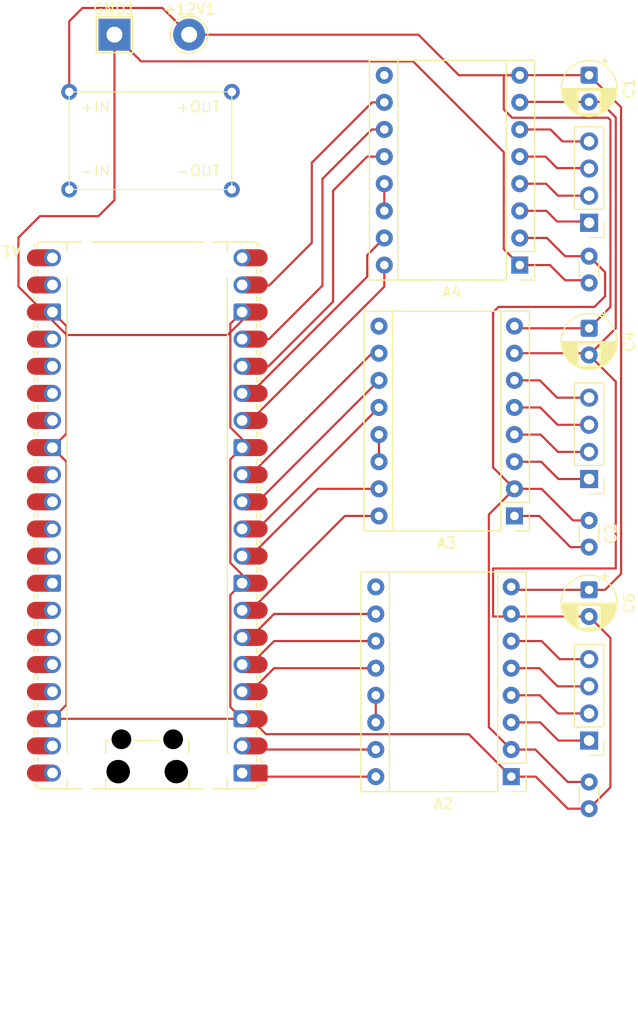
<source format=kicad_pcb>
(kicad_pcb (version 20241229) (generator "pcbnew") (generator_version "9.0")
  (layers (0 "F.Cu" signal) (2 "B.Cu" signal) (13 "F.Paste" user) (15 "B.Paste" user) (5 "F.SilkS" user "F.Silkscreen") (7 "B.SilkS" user "B.Silkscreen") (1 "F.Mask" user) (3 "B.Mask" user) (25 "Edge.Cuts" user))
  (net 0 "")
  (net 19 "GND")
  (net 20 "Net-(A2-1B)")
  (net 21 "Net-(A2-~{RESET})")
  (net 22 "Net-(A2-2B)")
  (net 23 "+5V")
  (net 24 "Net-(A2-1A)")
  (net 25 "+12V")
  (net 26 "Net-(A2-2A)")
  (net 28 "/Motor 1 Direction")
  (net 29 "/Motor 1 MS3")
  (net 30 "/Motor 1 Step")
  (net 31 "/Motor 1 MS1")
  (net 32 "/Motor 1 MS2")
  (net 33 "/Motor 2 Step")
  (net 34 "/Motor 2 MS1")
  (net 35 "/Motor 2 MS3")
  (net 36 "/Motor 2 MS2")
  (net 37 "Net-(A3-1A)")
  (net 38 "Net-(A3-2B)")
  (net 39 "Net-(A3-~{RESET})")
  (net 40 "Net-(A3-1B)")
  (net 41 "Net-(A3-2A)")
  (net 43 "/Motor 2 Direction")
  (net 44 "/Motor 3 Direction")
  (net 45 "/Motor 3 Step")
  (net 46 "/Motor 3 MS2")
  (net 47 "/Motor 3 MS1")
  (net 48 "/Motor 3 MS3")
  (net 49 "Net-(A4-~{RESET})")
  (net 51 "Net-(A4-1A)")
  (net 52 "Net-(A4-1B)")
  (net 53 "Net-(A4-2A)")
  (net 54 "Net-(A4-2B)")
  (footprint "Capacitor_THT:C_Disc_D3.0mm_W1.6mm_P2.50mm" (layer "F.Cu") (at 142.5 107 -90)
    (property "Reference" "C3" (hide yes))
    (property "Value" "C_Polarized" (hide yes))
    (pad "1" thru_hole circle (at 0 0 270) (size 1.6 1.6) (drill 0.8) (layers "*.Cu" "*.Mask") (net 23 "+5V"))
    (pad "2" thru_hole circle (at 2.5 0 270) (size 1.6 1.6) (drill 0.8) (layers "*.Cu" "*.Mask") (net 19 "GND"))
  )
  (footprint "RylansComponents:Mini360_DC-DC" (layer "F.Cu") (at 93.76 42.356)
    (property "Reference" "A5" (hide yes))
    (property "Value" "Mini360_Module" (hide yes))
    (fp_text user "+IN" (at 1 2 0) (layer "F.SilkS") (effects (font (thickness 0.1)) (justify left bottom)))
    (fp_text user "+OUT" (at 10 2 0) (layer "F.SilkS") (effects (font (thickness 0.1)) (justify left bottom)))
    (fp_text user "-IN" (at 1 8 0) (layer "F.SilkS") (effects (font (thickness 0.1)) (justify left bottom)))
    (fp_text user "-OUT" (at 10 8 0) (layer "F.SilkS") (effects (font (thickness 0.1)) (justify left bottom)))
    (pad "1" thru_hole circle (at 0 0) (size 1.5 1.5) (drill 0.8) (layers "*.Cu" "*.Mask") (net 25 "+12V"))
    (pad "5" thru_hole circle (at 0 9.144) (size 1.5 1.5) (drill 0.8) (layers "*.Cu" "*.Mask"))
    (pad "6" thru_hole circle (at 15.24 0) (size 1.5 1.5) (drill 0.8) (layers "*.Cu" "*.Mask"))
    (pad "7" thru_hole circle (at 15.24 9.144) (size 1.5 1.5) (drill 0.8) (layers "*.Cu" "*.Mask"))
  )
  (footprint "Module:Pololu_Breakout-16_15.2x20.3mm" (layer "F.Cu") (at 136 58.58 180)
    (property "Reference" "A4" (at 6.35 -2.54 0) (layer "F.SilkS"))
    (property "Value" "Pololu_Breakout_A4988")
    (pad "1" thru_hole rect (at 0 0 180) (size 1.6 1.6) (drill 0.8) (layers "*.Cu" "*.Mask") (net 19 "GND"))
    (pad "2" thru_hole oval (at 0 2.54 180) (size 1.6 1.6) (drill 0.8) (layers "*.Cu" "*.Mask") (net 23 "+5V"))
    (pad "3" thru_hole oval (at 0 5.08 180) (size 1.6 1.6) (drill 0.8) (layers "*.Cu" "*.Mask") (net 52 "Net-(A4-1B)"))
    (pad "4" thru_hole oval (at 0 7.62 180) (size 1.6 1.6) (drill 0.8) (layers "*.Cu" "*.Mask") (net 51 "Net-(A4-1A)"))
    (pad "5" thru_hole oval (at 0 10.16 180) (size 1.6 1.6) (drill 0.8) (layers "*.Cu" "*.Mask") (net 53 "Net-(A4-2A)"))
    (pad "6" thru_hole oval (at 0 12.7 180) (size 1.6 1.6) (drill 0.8) (layers "*.Cu" "*.Mask") (net 54 "Net-(A4-2B)"))
    (pad "7" thru_hole oval (at 0 15.24 180) (size 1.6 1.6) (drill 0.8) (layers "*.Cu" "*.Mask") (net 19 "GND"))
    (pad "8" thru_hole oval (at 0 17.78 180) (size 1.6 1.6) (drill 0.8) (layers "*.Cu" "*.Mask") (net 25 "+12V"))
    (pad "9" thru_hole oval (at 12.7 17.78 180) (size 1.6 1.6) (drill 0.8) (layers "*.Cu" "*.Mask"))
    (pad "10" thru_hole oval (at 12.7 15.24 180) (size 1.6 1.6) (drill 0.8) (layers "*.Cu" "*.Mask") (net 47 "/Motor 3 MS1"))
    (pad "11" thru_hole oval (at 12.7 12.7 180) (size 1.6 1.6) (drill 0.8) (layers "*.Cu" "*.Mask") (net 46 "/Motor 3 MS2"))
    (pad "12" thru_hole oval (at 12.7 10.16 180) (size 1.6 1.6) (drill 0.8) (layers "*.Cu" "*.Mask") (net 48 "/Motor 3 MS3"))
    (pad "13" thru_hole oval (at 12.7 7.62 180) (size 1.6 1.6) (drill 0.8) (layers "*.Cu" "*.Mask") (net 49 "Net-(A4-~{RESET})"))
    (pad "14" thru_hole oval (at 12.7 5.08 180) (size 1.6 1.6) (drill 0.8) (layers "*.Cu" "*.Mask") (net 49 "Net-(A4-~{RESET})"))
    (pad "15" thru_hole oval (at 12.7 2.54 180) (size 1.6 1.6) (drill 0.8) (layers "*.Cu" "*.Mask") (net 45 "/Motor 3 Step"))
    (pad "16" thru_hole oval (at 12.7 0 180) (size 1.6 1.6) (drill 0.8) (layers "*.Cu" "*.Mask") (net 44 "/Motor 3 Direction"))
  )
  (footprint "Capacitor_THT:CP_Radial_D5.0mm_P2.50mm" (layer "F.Cu") (at 142.5 64.5 -90)
    (property "Reference" "C4" (at 1.25 -3.75 90) (layer "F.SilkS"))
    (property "Value" "C_Polarized" (hide yes))
    (pad "1" thru_hole roundrect (at 0 0 270) (size 1.6 1.6) (drill 0.8) (layers "*.Cu" "*.Mask") (roundrect_rratio 0.15625) (net 25 "+12V"))
    (pad "2" thru_hole circle (at 2.5 0 270) (size 1.6 1.6) (drill 0.8) (layers "*.Cu" "*.Mask") (net 19 "GND"))
  )
  (footprint "Module:RaspberryPi_Pico_Common_Unspecified" (layer "F.Cu") (at 101.075 82.03 180)
    (property "Reference" "A1" (at 11.7475 24.765 180) (layer "F.SilkS") (effects (justify left)))
    (property "Value" "RaspberryPi_Pico")
    (pad "" np_thru_hole circle (at -2.725 -24 180) (size 2.2 2.2) (drill 2.2) (layers "*.Mask"))
    (pad "" np_thru_hole circle (at -2.425 -20.97 180) (size 1.85 1.85) (drill 1.85) (layers "*.Mask"))
    (pad "" np_thru_hole circle (at 2.425 -20.97 180) (size 1.85 1.85) (drill 1.85) (layers "*.Mask"))
    (pad "" np_thru_hole circle (at 2.725 -24 180) (size 2.2 2.2) (drill 2.2) (layers "*.Mask"))
    (pad "1" smd custom (at -9.69 -24.13 180) (size 1.6 0.8) (layers "F.Cu" "F.Mask") (net 28 "/Motor 1 Direction") (options (clearance outline) (anchor rect)) (primitives (gr_circle (center 0.8 0) (end 1.6 0) (width 0) (fill yes)) (gr_poly (pts (xy -1.6 -0.6) (xy -1.6 0.6) (xy -1.4 0.8) (xy 0.8 0.8) (xy 0.8 -0.8) (xy -1.4 -0.8)) (width 0) (fill yes)) (gr_circle (center -1.4 -0.6) (end -1.2 -0.6) (width 0) (fill yes)) (gr_circle (center -1.4 0.6) (end -1.2 0.6) (width 0) (fill yes))))
    (pad "1" thru_hole roundrect (at -8.89 -24.13 180) (size 1.6 1.6) (drill 1) (layers "*.Cu" "*.Mask") (roundrect_rratio 0.125) (net 28 "/Motor 1 Direction"))
    (pad "2" smd roundrect (at -9.69 -21.59 180) (size 3.2 1.6) (layers "F.Cu" "F.Mask") (roundrect_rratio 0.5) (net 30 "/Motor 1 Step"))
    (pad "2" thru_hole circle (at -8.89 -21.59 180) (size 1.6 1.6) (drill 1) (layers "*.Cu" "*.Mask") (net 30 "/Motor 1 Step"))
    (pad "3" smd custom (at -9.69 -19.05 180) (size 1.6 0.8) (layers "F.Cu" "F.Mask") (net 19 "GND") (options (clearance outline) (anchor rect)) (primitives (gr_circle (center -0.8 0) (end 0 0) (width 0) (fill yes)) (gr_poly (pts (xy 1.6 -0.6) (xy 1.6 0.6) (xy 1.4 0.8) (xy -0.8 0.8) (xy -0.8 -0.8) (xy 1.4 -0.8)) (width 0) (fill yes)) (gr_circle (center 1.4 -0.6) (end 1.6 -0.6) (width 0) (fill yes)) (gr_circle (center 1.4 0.6) (end 1.6 0.6) (width 0) (fill yes))))
    (pad "3" thru_hole custom (at -8.89 -19.05 180) (size 1.6 1.6) (drill 1) (layers "*.Cu" "*.Mask") (net 19 "GND") (options (clearance outline) (anchor circle)) (primitives (gr_poly (pts (xy 0.8 0.6) (xy 0.8 -0.6) (xy 0.6 -0.8) (xy 0 -0.8) (xy 0 0.8) (xy 0.6 0.8)) (width 0) (fill yes)) (gr_circle (center 0.6 0.6) (end 0.8 0.6) (width 0) (fill yes)) (gr_circle (center 0.6 -0.6) (end 0.8 -0.6) (width 0) (fill yes))))
    (pad "4" smd roundrect (at -9.69 -16.51 180) (size 3.2 1.6) (layers "F.Cu" "F.Mask") (roundrect_rratio 0.5) (net 29 "/Motor 1 MS3"))
    (pad "4" thru_hole circle (at -8.89 -16.51 180) (size 1.6 1.6) (drill 1) (layers "*.Cu" "*.Mask") (net 29 "/Motor 1 MS3"))
    (pad "5" smd roundrect (at -9.69 -13.97 180) (size 3.2 1.6) (layers "F.Cu" "F.Mask") (roundrect_rratio 0.5) (net 32 "/Motor 1 MS2"))
    (pad "5" thru_hole circle (at -8.89 -13.97 180) (size 1.6 1.6) (drill 1) (layers "*.Cu" "*.Mask") (net 32 "/Motor 1 MS2"))
    (pad "6" smd roundrect (at -9.69 -11.43 180) (size 3.2 1.6) (layers "F.Cu" "F.Mask") (roundrect_rratio 0.5) (net 31 "/Motor 1 MS1"))
    (pad "6" thru_hole circle (at -8.89 -11.43 180) (size 1.6 1.6) (drill 1) (layers "*.Cu" "*.Mask") (net 31 "/Motor 1 MS1"))
    (pad "7" smd roundrect (at -9.69 -8.89 180) (size 3.2 1.6) (layers "F.Cu" "F.Mask") (roundrect_rratio 0.5) (net 43 "/Motor 2 Direction"))
    (pad "7" thru_hole circle (at -8.89 -8.89 180) (size 1.6 1.6) (drill 1) (layers "*.Cu" "*.Mask") (net 43 "/Motor 2 Direction"))
    (pad "8" smd custom (at -9.69 -6.35 180) (size 1.6 0.8) (layers "F.Cu" "F.Mask") (net 19 "GND") (options (clearance outline) (anchor rect)) (primitives (gr_circle (center -0.8 0) (end 0 0) (width 0) (fill yes)) (gr_poly (pts (xy 1.6 -0.6) (xy 1.6 0.6) (xy 1.4 0.8) (xy -0.8 0.8) (xy -0.8 -0.8) (xy 1.4 -0.8)) (width 0) (fill yes)) (gr_circle (center 1.4 -0.6) (end 1.6 -0.6) (width 0) (fill yes)) (gr_circle (center 1.4 0.6) (end 1.6 0.6) (width 0) (fill yes))))
    (pad "8" thru_hole custom (at -8.89 -6.35 180) (size 1.6 1.6) (drill 1) (layers "*.Cu" "*.Mask") (net 19 "GND") (options (clearance outline) (anchor circle)) (primitives (gr_poly (pts (xy 0.8 0.6) (xy 0.8 -0.6) (xy 0.6 -0.8) (xy 0 -0.8) (xy 0 0.8) (xy 0.6 0.8)) (width 0) (fill yes)) (gr_circle (center 0.6 0.6) (end 0.8 0.6) (width 0) (fill yes)) (gr_circle (center 0.6 -0.6) (end 0.8 -0.6) (width 0) (fill yes))))
    (pad "9" smd roundrect (at -9.69 -3.81 180) (size 3.2 1.6) (layers "F.Cu" "F.Mask") (roundrect_rratio 0.5) (net 33 "/Motor 2 Step"))
    (pad "9" thru_hole circle (at -8.89 -3.81 180) (size 1.6 1.6) (drill 1) (layers "*.Cu" "*.Mask") (net 33 "/Motor 2 Step"))
    (pad "10" smd roundrect (at -9.69 -1.27 180) (size 3.2 1.6) (layers "F.Cu" "F.Mask") (roundrect_rratio 0.5) (net 35 "/Motor 2 MS3"))
    (pad "10" thru_hole circle (at -8.89 -1.27 180) (size 1.6 1.6) (drill 1) (layers "*.Cu" "*.Mask") (net 35 "/Motor 2 MS3"))
    (pad "11" smd roundrect (at -9.69 1.27 180) (size 3.2 1.6) (layers "F.Cu" "F.Mask") (roundrect_rratio 0.5) (net 36 "/Motor 2 MS2"))
    (pad "11" thru_hole circle (at -8.89 1.27 180) (size 1.6 1.6) (drill 1) (layers "*.Cu" "*.Mask") (net 36 "/Motor 2 MS2"))
    (pad "12" smd roundrect (at -9.69 3.81 180) (size 3.2 1.6) (layers "F.Cu" "F.Mask") (roundrect_rratio 0.5) (net 34 "/Motor 2 MS1"))
    (pad "12" thru_hole circle (at -8.89 3.81 180) (size 1.6 1.6) (drill 1) (layers "*.Cu" "*.Mask") (net 34 "/Motor 2 MS1"))
    (pad "13" smd custom (at -9.69 6.35 180) (size 1.6 0.8) (layers "F.Cu" "F.Mask") (net 19 "GND") (options (clearance outline) (anchor rect)) (primitives (gr_circle (center -0.8 0) (end 0 0) (width 0) (fill yes)) (gr_poly (pts (xy 1.6 -0.6) (xy 1.6 0.6) (xy 1.4 0.8) (xy -0.8 0.8) (xy -0.8 -0.8) (xy 1.4 -0.8)) (width 0) (fill yes)) (gr_circle (center 1.4 -0.6) (end 1.6 -0.6) (width 0) (fill yes)) (gr_circle (center 1.4 0.6) (end 1.6 0.6) (width 0) (fill yes))))
    (pad "13" thru_hole custom (at -8.89 6.35 180) (size 1.6 1.6) (drill 1) (layers "*.Cu" "*.Mask") (net 19 "GND") (options (clearance outline) (anchor circle)) (primitives (gr_poly (pts (xy 0.8 0.6) (xy 0.8 -0.6) (xy 0.6 -0.8) (xy 0 -0.8) (xy 0 0.8) (xy 0.6 0.8)) (width 0) (fill yes)) (gr_circle (center 0.6 0.6) (end 0.8 0.6) (width 0) (fill yes)) (gr_circle (center 0.6 -0.6) (end 0.8 -0.6) (width 0) (fill yes))))
    (pad "14" smd roundrect (at -9.69 8.89 180) (size 3.2 1.6) (layers "F.Cu" "F.Mask") (roundrect_rratio 0.5) (net 44 "/Motor 3 Direction"))
    (pad "14" thru_hole circle (at -8.89 8.89 180) (size 1.6 1.6) (drill 1) (layers "*.Cu" "*.Mask") (net 44 "/Motor 3 Direction"))
    (pad "15" smd roundrect (at -9.69 11.43 180) (size 3.2 1.6) (layers "F.Cu" "F.Mask") (roundrect_rratio 0.5) (net 45 "/Motor 3 Step"))
    (pad "15" thru_hole circle (at -8.89 11.43 180) (size 1.6 1.6) (drill 1) (layers "*.Cu" "*.Mask") (net 45 "/Motor 3 Step"))
    (pad "16" smd roundrect (at -9.69 13.97 180) (size 3.2 1.6) (layers "F.Cu" "F.Mask") (roundrect_rratio 0.5) (net 48 "/Motor 3 MS3"))
    (pad "16" thru_hole circle (at -8.89 13.97 180) (size 1.6 1.6) (drill 1) (layers "*.Cu" "*.Mask") (net 48 "/Motor 3 MS3"))
    (pad "17" smd roundrect (at -9.69 16.51 180) (size 3.2 1.6) (layers "F.Cu" "F.Mask") (roundrect_rratio 0.5) (net 46 "/Motor 3 MS2"))
    (pad "17" thru_hole circle (at -8.89 16.51 180) (size 1.6 1.6) (drill 1) (layers "*.Cu" "*.Mask") (net 46 "/Motor 3 MS2"))
    (pad "18" smd custom (at -9.69 19.05 180) (size 1.6 0.8) (layers "F.Cu" "F.Mask") (net 19 "GND") (options (clearance outline) (anchor rect)) (primitives (gr_circle (center -0.8 0) (end 0 0) (width 0) (fill yes)) (gr_poly (pts (xy 1.6 -0.6) (xy 1.6 0.6) (xy 1.4 0.8) (xy -0.8 0.8) (xy -0.8 -0.8) (xy 1.4 -0.8)) (width 0) (fill yes)) (gr_circle (center 1.4 -0.6) (end 1.6 -0.6) (width 0) (fill yes)) (gr_circle (center 1.4 0.6) (end 1.6 0.6) (width 0) (fill yes))))
    (pad "18" thru_hole custom (at -8.89 19.05 180) (size 1.6 1.6) (drill 1) (layers "*.Cu" "*.Mask") (net 19 "GND") (options (clearance outline) (anchor circle)) (primitives (gr_poly (pts (xy 0.8 0.6) (xy 0.8 -0.6) (xy 0.6 -0.8) (xy 0 -0.8) (xy 0 0.8) (xy 0.6 0.8)) (width 0) (fill yes)) (gr_circle (center 0.6 0.6) (end 0.8 0.6) (width 0) (fill yes)) (gr_circle (center 0.6 -0.6) (end 0.8 -0.6) (width 0) (fill yes))))
    (pad "19" smd roundrect (at -9.69 21.59 180) (size 3.2 1.6) (layers "F.Cu" "F.Mask") (roundrect_rratio 0.5) (net 47 "/Motor 3 MS1"))
    (pad "19" thru_hole circle (at -8.89 21.59 180) (size 1.6 1.6) (drill 1) (layers "*.Cu" "*.Mask") (net 47 "/Motor 3 MS1"))
    (pad "20" smd roundrect (at -9.69 24.13 180) (size 3.2 1.6) (layers "F.Cu" "F.Mask") (roundrect_rratio 0.5))
    (pad "20" thru_hole circle (at -8.89 24.13 180) (size 1.6 1.6) (drill 1) (layers "*.Cu" "*.Mask"))
    (pad "21" thru_hole circle (at 8.89 24.13 180) (size 1.6 1.6) (drill 1) (layers "*.Cu" "*.Mask"))
    (pad "21" smd roundrect (at 9.69 24.13 180) (size 3.2 1.6) (layers "F.Cu" "F.Mask") (roundrect_rratio 0.5))
    (pad "22" thru_hole circle (at 8.89 21.59 180) (size 1.6 1.6) (drill 1) (layers "*.Cu" "*.Mask"))
    (pad "22" smd roundrect (at 9.69 21.59 180) (size 3.2 1.6) (layers "F.Cu" "F.Mask") (roundrect_rratio 0.5))
    (pad "23" thru_hole custom (at 8.89 19.05 180) (size 1.6 1.6) (drill 1) (layers "*.Cu" "*.Mask") (net 19 "GND") (options (clearance outline) (anchor circle)) (primitives (gr_poly (pts (xy -0.8 0.6) (xy -0.8 -0.6) (xy -0.6 -0.8) (xy 0 -0.8) (xy 0 0.8) (xy -0.6 0.8)) (width 0) (fill yes)) (gr_circle (center -0.6 0.6) (end -0.4 0.6) (width 0) (fill yes)) (gr_circle (center -0.6 -0.6) (end -0.4 -0.6) (width 0) (fill yes))))
    (pad "23" smd custom (at 9.69 19.05 180) (size 1.6 0.8) (layers "F.Cu" "F.Mask") (net 19 "GND") (options (clearance outline) (anchor rect)) (primitives (gr_circle (center 0.8 0) (end 1.6 0) (width 0) (fill yes)) (gr_poly (pts (xy -1.6 -0.6) (xy -1.6 0.6) (xy -1.4 0.8) (xy 0.8 0.8) (xy 0.8 -0.8) (xy -1.4 -0.8)) (width 0) (fill yes)) (gr_circle (center -1.4 -0.6) (end -1.2 -0.6) (width 0) (fill yes)) (gr_circle (center -1.4 0.6) (end -1.2 0.6) (width 0) (fill yes))))
    (pad "24" thru_hole circle (at 8.89 16.51 180) (size 1.6 1.6) (drill 1) (layers "*.Cu" "*.Mask"))
    (pad "24" smd roundrect (at 9.69 16.51 180) (size 3.2 1.6) (layers "F.Cu" "F.Mask") (roundrect_rratio 0.5))
    (pad "25" thru_hole circle (at 8.89 13.97 180) (size 1.6 1.6) (drill 1) (layers "*.Cu" "*.Mask"))
    (pad "25" smd roundrect (at 9.69 13.97 180) (size 3.2 1.6) (layers "F.Cu" "F.Mask") (roundrect_rratio 0.5))
    (pad "26" thru_hole circle (at 8.89 11.43 180) (size 1.6 1.6) (drill 1) (layers "*.Cu" "*.Mask"))
    (pad "26" smd roundrect (at 9.69 11.43 180) (size 3.2 1.6) (layers "F.Cu" "F.Mask") (roundrect_rratio 0.5))
    (pad "27" thru_hole circle (at 8.89 8.89 180) (size 1.6 1.6) (drill 1) (layers "*.Cu" "*.Mask"))
    (pad "27" smd roundrect (at 9.69 8.89 180) (size 3.2 1.6) (layers "F.Cu" "F.Mask") (roundrect_rratio 0.5))
    (pad "28" thru_hole custom (at 8.89 6.35 180) (size 1.6 1.6) (drill 1) (layers "*.Cu" "*.Mask") (net 19 "GND") (options (clearance outline) (anchor circle)) (primitives (gr_poly (pts (xy -0.8 0.6) (xy -0.8 -0.6) (xy -0.6 -0.8) (xy 0 -0.8) (xy 0 0.8) (xy -0.6 0.8)) (width 0) (fill yes)) (gr_circle (center -0.6 0.6) (end -0.4 0.6) (width 0) (fill yes)) (gr_circle (center -0.6 -0.6) (end -0.4 -0.6) (width 0) (fill yes))))
    (pad "28" smd custom (at 9.69 6.35 180) (size 1.6 0.8) (layers "F.Cu" "F.Mask") (net 19 "GND") (options (clearance outline) (anchor rect)) (primitives (gr_circle (center 0.8 0) (end 1.6 0) (width 0) (fill yes)) (gr_poly (pts (xy -1.6 -0.6) (xy -1.6 0.6) (xy -1.4 0.8) (xy 0.8 0.8) (xy 0.8 -0.8) (xy -1.4 -0.8)) (width 0) (fill yes)) (gr_circle (center -1.4 -0.6) (end -1.2 -0.6) (width 0) (fill yes)) (gr_circle (center -1.4 0.6) (end -1.2 0.6) (width 0) (fill yes))))
    (pad "29" thru_hole circle (at 8.89 3.81 180) (size 1.6 1.6) (drill 1) (layers "*.Cu" "*.Mask"))
    (pad "29" smd roundrect (at 9.69 3.81 180) (size 3.2 1.6) (layers "F.Cu" "F.Mask") (roundrect_rratio 0.5))
    (pad "30" thru_hole circle (at 8.89 1.27 180) (size 1.6 1.6) (drill 1) (layers "*.Cu" "*.Mask"))
    (pad "30" smd roundrect (at 9.69 1.27 180) (size 3.2 1.6) (layers "F.Cu" "F.Mask") (roundrect_rratio 0.5))
    (pad "31" thru_hole circle (at 8.89 -1.27 180) (size 1.6 1.6) (drill 1) (layers "*.Cu" "*.Mask"))
    (pad "31" smd roundrect (at 9.69 -1.27 180) (size 3.2 1.6) (layers "F.Cu" "F.Mask") (roundrect_rratio 0.5))
    (pad "32" thru_hole circle (at 8.89 -3.81 180) (size 1.6 1.6) (drill 1) (layers "*.Cu" "*.Mask"))
    (pad "32" smd roundrect (at 9.69 -3.81 180) (size 3.2 1.6) (layers "F.Cu" "F.Mask") (roundrect_rratio 0.5))
    (pad "33" thru_hole custom (at 8.89 -6.35 180) (size 1.6 1.6) (drill 1) (layers "*.Cu" "*.Mask") (options (clearance outline) (anchor circle)) (primitives (gr_poly (pts (xy -0.8 0.6) (xy -0.8 -0.6) (xy -0.6 -0.8) (xy 0 -0.8) (xy 0 0.8) (xy -0.6 0.8)) (width 0) (fill yes)) (gr_circle (center -0.6 0.6) (end -0.4 0.6) (width 0) (fill yes)) (gr_circle (center -0.6 -0.6) (end -0.4 -0.6) (width 0) (fill yes))))
    (pad "33" smd custom (at 9.69 -6.35 180) (size 1.6 0.8) (layers "F.Cu" "F.Mask") (options (clearance outline) (anchor rect)) (primitives (gr_circle (center 0.8 0) (end 1.6 0) (width 0) (fill yes)) (gr_poly (pts (xy -1.6 -0.6) (xy -1.6 0.6) (xy -1.4 0.8) (xy 0.8 0.8) (xy 0.8 -0.8) (xy -1.4 -0.8)) (width 0) (fill yes)) (gr_circle (center -1.4 -0.6) (end -1.2 -0.6) (width 0) (fill yes)) (gr_circle (center -1.4 0.6) (end -1.2 0.6) (width 0) (fill yes))))
    (pad "34" thru_hole circle (at 8.89 -8.89 180) (size 1.6 1.6) (drill 1) (layers "*.Cu" "*.Mask"))
    (pad "34" smd roundrect (at 9.69 -8.89 180) (size 3.2 1.6) (layers "F.Cu" "F.Mask") (roundrect_rratio 0.5))
    (pad "35" thru_hole circle (at 8.89 -11.43 180) (size 1.6 1.6) (drill 1) (layers "*.Cu" "*.Mask"))
    (pad "35" smd roundrect (at 9.69 -11.43 180) (size 3.2 1.6) (layers "F.Cu" "F.Mask") (roundrect_rratio 0.5))
    (pad "36" thru_hole circle (at 8.89 -13.97 180) (size 1.6 1.6) (drill 1) (layers "*.Cu" "*.Mask"))
    (pad "36" smd roundrect (at 9.69 -13.97 180) (size 3.2 1.6) (layers "F.Cu" "F.Mask") (roundrect_rratio 0.5))
    (pad "37" thru_hole circle (at 8.89 -16.51 180) (size 1.6 1.6) (drill 1) (layers "*.Cu" "*.Mask"))
    (pad "37" smd roundrect (at 9.69 -16.51 180) (size 3.2 1.6) (layers "F.Cu" "F.Mask") (roundrect_rratio 0.5))
    (pad "38" thru_hole custom (at 8.89 -19.05 180) (size 1.6 1.6) (drill 1) (layers "*.Cu" "*.Mask") (net 19 "GND") (options (clearance outline) (anchor circle)) (primitives (gr_poly (pts (xy -0.8 0.6) (xy -0.8 -0.6) (xy -0.6 -0.8) (xy 0 -0.8) (xy 0 0.8) (xy -0.6 0.8)) (width 0) (fill yes)) (gr_circle (center -0.6 0.6) (end -0.4 0.6) (width 0) (fill yes)) (gr_circle (center -0.6 -0.6) (end -0.4 -0.6) (width 0) (fill yes))))
    (pad "38" smd custom (at 9.69 -19.05 180) (size 1.6 0.8) (layers "F.Cu" "F.Mask") (net 19 "GND") (options (clearance outline) (anchor rect)) (primitives (gr_circle (center 0.8 0) (end 1.6 0) (width 0) (fill yes)) (gr_poly (pts (xy -1.6 -0.6) (xy -1.6 0.6) (xy -1.4 0.8) (xy 0.8 0.8) (xy 0.8 -0.8) (xy -1.4 -0.8)) (width 0) (fill yes)) (gr_circle (center -1.4 -0.6) (end -1.2 -0.6) (width 0) (fill yes)) (gr_circle (center -1.4 0.6) (end -1.2 0.6) (width 0) (fill yes))))
    (pad "39" thru_hole circle (at 8.89 -21.59 180) (size 1.6 1.6) (drill 1) (layers "*.Cu" "*.Mask"))
    (pad "39" smd roundrect (at 9.69 -21.59 180) (size 3.2 1.6) (layers "F.Cu" "F.Mask") (roundrect_rratio 0.5))
    (pad "40" thru_hole circle (at 8.89 -24.13 180) (size 1.6 1.6) (drill 1) (layers "*.Cu" "*.Mask"))
    (pad "40" smd roundrect (at 9.69 -24.13 180) (size 3.2 1.6) (layers "F.Cu" "F.Mask") (roundrect_rratio 0.5))
  )
  (footprint "Module:Pololu_Breakout-16_15.2x20.3mm" (layer "F.Cu") (at 135.5 82.08 180)
    (property "Reference" "A3" (at 6.35 -2.54 0) (layer "F.SilkS"))
    (property "Value" "Pololu_Breakout_A4988")
    (pad "1" thru_hole rect (at 0 0 180) (size 1.6 1.6) (drill 0.8) (layers "*.Cu" "*.Mask") (net 19 "GND"))
    (pad "2" thru_hole oval (at 0 2.54 180) (size 1.6 1.6) (drill 0.8) (layers "*.Cu" "*.Mask") (net 23 "+5V"))
    (pad "3" thru_hole oval (at 0 5.08 180) (size 1.6 1.6) (drill 0.8) (layers "*.Cu" "*.Mask") (net 40 "Net-(A3-1B)"))
    (pad "4" thru_hole oval (at 0 7.62 180) (size 1.6 1.6) (drill 0.8) (layers "*.Cu" "*.Mask") (net 37 "Net-(A3-1A)"))
    (pad "5" thru_hole oval (at 0 10.16 180) (size 1.6 1.6) (drill 0.8) (layers "*.Cu" "*.Mask") (net 41 "Net-(A3-2A)"))
    (pad "6" thru_hole oval (at 0 12.7 180) (size 1.6 1.6) (drill 0.8) (layers "*.Cu" "*.Mask") (net 38 "Net-(A3-2B)"))
    (pad "7" thru_hole oval (at 0 15.24 180) (size 1.6 1.6) (drill 0.8) (layers "*.Cu" "*.Mask") (net 19 "GND"))
    (pad "8" thru_hole oval (at 0 17.78 180) (size 1.6 1.6) (drill 0.8) (layers "*.Cu" "*.Mask") (net 25 "+12V"))
    (pad "9" thru_hole oval (at 12.7 17.78 180) (size 1.6 1.6) (drill 0.8) (layers "*.Cu" "*.Mask"))
    (pad "10" thru_hole oval (at 12.7 15.24 180) (size 1.6 1.6) (drill 0.8) (layers "*.Cu" "*.Mask") (net 34 "/Motor 2 MS1"))
    (pad "11" thru_hole oval (at 12.7 12.7 180) (size 1.6 1.6) (drill 0.8) (layers "*.Cu" "*.Mask") (net 36 "/Motor 2 MS2"))
    (pad "12" thru_hole oval (at 12.7 10.16 180) (size 1.6 1.6) (drill 0.8) (layers "*.Cu" "*.Mask") (net 35 "/Motor 2 MS3"))
    (pad "13" thru_hole oval (at 12.7 7.62 180) (size 1.6 1.6) (drill 0.8) (layers "*.Cu" "*.Mask") (net 39 "Net-(A3-~{RESET})"))
    (pad "14" thru_hole oval (at 12.7 5.08 180) (size 1.6 1.6) (drill 0.8) (layers "*.Cu" "*.Mask") (net 39 "Net-(A3-~{RESET})"))
    (pad "15" thru_hole oval (at 12.7 2.54 180) (size 1.6 1.6) (drill 0.8) (layers "*.Cu" "*.Mask") (net 33 "/Motor 2 Step"))
    (pad "16" thru_hole oval (at 12.7 0 180) (size 1.6 1.6) (drill 0.8) (layers "*.Cu" "*.Mask") (net 43 "/Motor 2 Direction"))
  )
  (footprint "TestPoint:TestPoint_THTPad_D3.0mm_Drill1.5mm" (layer "F.Cu") (at 105 37)
    (property "Reference" "+12V1" (at 0 -2.398 0) (layer "F.SilkS"))
    (property "Value" "TestPoint" (hide yes))
    (pad "1" thru_hole circle (at 0 0) (size 3 3) (drill 1.5) (layers "*.Cu" "*.Mask") (net 25 "+12V"))
  )
  (footprint "Capacitor_THT:C_Disc_D3.0mm_W1.6mm_P2.50mm" (layer "F.Cu") (at 142.5 82.5 -90)
    (property "Reference" "C2" (at 1.25 -2.05 270) (layer "F.SilkS"))
    (property "Value" "C_Polarized" (hide yes))
    (pad "1" thru_hole circle (at 0 0 270) (size 1.6 1.6) (drill 0.8) (layers "*.Cu" "*.Mask") (net 23 "+5V"))
    (pad "2" thru_hole circle (at 2.5 0 270) (size 1.6 1.6) (drill 0.8) (layers "*.Cu" "*.Mask") (net 19 "GND"))
  )
  (footprint "Module:Pololu_Breakout-16_15.2x20.3mm" (layer "F.Cu") (at 135.2 106.5 180)
    (property "Reference" "A2" (at 6.35 -2.54 0) (layer "F.SilkS"))
    (property "Value" "Pololu_Breakout_A4988")
    (pad "1" thru_hole rect (at 0 0 180) (size 1.6 1.6) (drill 0.8) (layers "*.Cu" "*.Mask") (net 19 "GND"))
    (pad "2" thru_hole oval (at 0 2.54 180) (size 1.6 1.6) (drill 0.8) (layers "*.Cu" "*.Mask") (net 23 "+5V"))
    (pad "3" thru_hole oval (at 0 5.08 180) (size 1.6 1.6) (drill 0.8) (layers "*.Cu" "*.Mask") (net 20 "Net-(A2-1B)"))
    (pad "4" thru_hole oval (at 0 7.62 180) (size 1.6 1.6) (drill 0.8) (layers "*.Cu" "*.Mask") (net 24 "Net-(A2-1A)"))
    (pad "5" thru_hole oval (at 0 10.16 180) (size 1.6 1.6) (drill 0.8) (layers "*.Cu" "*.Mask") (net 26 "Net-(A2-2A)"))
    (pad "6" thru_hole oval (at 0 12.7 180) (size 1.6 1.6) (drill 0.8) (layers "*.Cu" "*.Mask") (net 22 "Net-(A2-2B)"))
    (pad "7" thru_hole oval (at 0 15.24 180) (size 1.6 1.6) (drill 0.8) (layers "*.Cu" "*.Mask") (net 19 "GND"))
    (pad "8" thru_hole oval (at 0 17.78 180) (size 1.6 1.6) (drill 0.8) (layers "*.Cu" "*.Mask") (net 25 "+12V"))
    (pad "9" thru_hole oval (at 12.7 17.78 180) (size 1.6 1.6) (drill 0.8) (layers "*.Cu" "*.Mask"))
    (pad "10" thru_hole oval (at 12.7 15.24 180) (size 1.6 1.6) (drill 0.8) (layers "*.Cu" "*.Mask") (net 31 "/Motor 1 MS1"))
    (pad "11" thru_hole oval (at 12.7 12.7 180) (size 1.6 1.6) (drill 0.8) (layers "*.Cu" "*.Mask") (net 32 "/Motor 1 MS2"))
    (pad "12" thru_hole oval (at 12.7 10.16 180) (size 1.6 1.6) (drill 0.8) (layers "*.Cu" "*.Mask") (net 29 "/Motor 1 MS3"))
    (pad "13" thru_hole oval (at 12.7 7.62 180) (size 1.6 1.6) (drill 0.8) (layers "*.Cu" "*.Mask") (net 21 "Net-(A2-~{RESET})"))
    (pad "14" thru_hole oval (at 12.7 5.08 180) (size 1.6 1.6) (drill 0.8) (layers "*.Cu" "*.Mask") (net 21 "Net-(A2-~{RESET})"))
    (pad "15" thru_hole oval (at 12.7 2.54 180) (size 1.6 1.6) (drill 0.8) (layers "*.Cu" "*.Mask") (net 30 "/Motor 1 Step"))
    (pad "16" thru_hole oval (at 12.7 0 180) (size 1.6 1.6) (drill 0.8) (layers "*.Cu" "*.Mask") (net 28 "/Motor 1 Direction"))
  )
  (footprint "Capacitor_THT:CP_Radial_D5.0mm_P2.50mm" (layer "F.Cu") (at 142.5 89 -90)
    (property "Reference" "C6" (at 1.25 -3.75 90) (layer "F.SilkS"))
    (property "Value" "C_Polarized" (hide yes))
    (pad "1" thru_hole roundrect (at 0 0 270) (size 1.6 1.6) (drill 0.8) (layers "*.Cu" "*.Mask") (roundrect_rratio 0.15625) (net 25 "+12V"))
    (pad "2" thru_hole circle (at 2.5 0 270) (size 1.6 1.6) (drill 0.8) (layers "*.Cu" "*.Mask") (net 19 "GND"))
  )
  (footprint "Capacitor_THT:C_Disc_D3.0mm_W1.6mm_P2.50mm" (layer "F.Cu") (at 142.5 57.75 -90)
    (property "Reference" "C5" (hide yes))
    (property "Value" "C_Polarized" (hide yes))
    (pad "1" thru_hole circle (at 0 0 270) (size 1.6 1.6) (drill 0.8) (layers "*.Cu" "*.Mask") (net 23 "+5V"))
    (pad "2" thru_hole circle (at 2.5 0 270) (size 1.6 1.6) (drill 0.8) (layers "*.Cu" "*.Mask") (net 19 "GND"))
  )
  (footprint "Capacitor_THT:CP_Radial_D5.0mm_P2.50mm" (layer "F.Cu") (at 142.5 40.794888 -90)
    (property "Reference" "C1" (at 1.25 -3.75 90) (layer "F.SilkS"))
    (property "Value" "C_Polarized" (hide yes))
    (pad "1" thru_hole roundrect (at 0 0 270) (size 1.6 1.6) (drill 0.8) (layers "*.Cu" "*.Mask") (roundrect_rratio 0.15625) (net 25 "+12V"))
    (pad "2" thru_hole circle (at 2.5 0 270) (size 1.6 1.6) (drill 0.8) (layers "*.Cu" "*.Mask") (net 19 "GND"))
  )
  (footprint "Connector_PinHeader_2.54mm:PinHeader_1x04_P2.54mm_Vertical" (layer "F.Cu") (at 142.5 54.62 180)
    (property "Reference" "StepperMotor3Pins1" (hide yes))
    (property "Value" "Conn_01x04" (hide yes))
    (pad "1" thru_hole rect (at 0 0 180) (size 1.7 1.7) (drill 1) (layers "*.Cu" "*.Mask") (net 52 "Net-(A4-1B)"))
    (pad "2" thru_hole circle (at 0 2.54 180) (size 1.7 1.7) (drill 1) (layers "*.Cu" "*.Mask") (net 51 "Net-(A4-1A)"))
    (pad "3" thru_hole circle (at 0 5.08 180) (size 1.7 1.7) (drill 1) (layers "*.Cu" "*.Mask") (net 53 "Net-(A4-2A)"))
    (pad "4" thru_hole circle (at 0 7.62 180) (size 1.7 1.7) (drill 1) (layers "*.Cu" "*.Mask") (net 54 "Net-(A4-2B)"))
  )
  (footprint "TestPoint:TestPoint_THTPad_3.0x3.0mm_Drill1.5mm" (layer "F.Cu") (at 98 37)
    (property "Reference" "GND1" (at 0 -2.398 0) (layer "F.SilkS"))
    (property "Value" "TestPoint" (hide yes))
    (pad "1" thru_hole rect (at 0 0) (size 3 3) (drill 1.5) (layers "*.Cu" "*.Mask") (net 19 "GND"))
  )
  (footprint "Connector_PinHeader_2.54mm:PinHeader_1x04_P2.54mm_Vertical" (layer "F.Cu") (at 142.5 103.12 180)
    (property "Reference" "StepperMotor1Pins1" (hide yes))
    (property "Value" "Conn_01x04" (hide yes))
    (pad "1" thru_hole rect (at 0 0 180) (size 1.7 1.7) (drill 1) (layers "*.Cu" "*.Mask") (net 20 "Net-(A2-1B)"))
    (pad "2" thru_hole circle (at 0 2.54 180) (size 1.7 1.7) (drill 1) (layers "*.Cu" "*.Mask") (net 24 "Net-(A2-1A)"))
    (pad "3" thru_hole circle (at 0 5.08 180) (size 1.7 1.7) (drill 1) (layers "*.Cu" "*.Mask") (net 26 "Net-(A2-2A)"))
    (pad "4" thru_hole circle (at 0 7.62 180) (size 1.7 1.7) (drill 1) (layers "*.Cu" "*.Mask") (net 22 "Net-(A2-2B)"))
  )
  (footprint "Connector_PinHeader_2.54mm:PinHeader_1x04_P2.54mm_Vertical" (layer "F.Cu") (at 142.5 78.62 180)
    (property "Reference" "StepperMotor2Pins1" (hide yes))
    (property "Value" "Conn_01x04" (hide yes))
    (pad "1" thru_hole rect (at 0 0 180) (size 1.7 1.7) (drill 1) (layers "*.Cu" "*.Mask") (net 40 "Net-(A3-1B)"))
    (pad "2" thru_hole circle (at 0 2.54 180) (size 1.7 1.7) (drill 1) (layers "*.Cu" "*.Mask") (net 37 "Net-(A3-1A)"))
    (pad "3" thru_hole circle (at 0 5.08 180) (size 1.7 1.7) (drill 1) (layers "*.Cu" "*.Mask") (net 41 "Net-(A3-2A)"))
    (pad "4" thru_hole circle (at 0 7.62 180) (size 1.7 1.7) (drill 1) (layers "*.Cu" "*.Mask") (net 38 "Net-(A3-2B)"))
  )
  (segment (start 145 44.75) (end 145 64.5) (width 0.2) (layer "F.Cu") (net 19))
  (segment (start 93.5 76.995) (end 93.5 99.765) (width 0.2) (layer "F.Cu") (net 19))
  (segment (start 137.5 106.5) (end 140.5 109.5) (width 0.2) (layer "F.Cu") (net 19))
  (segment (start 91 54) (end 89 56) (width 0.2) (layer "F.Cu") (net 19))
  (segment (start 112.206 102.521) (end 131.221 102.521) (width 0.2) (layer "F.Cu") (net 19))
  (segment (start 144.5 107.5) (end 144.5 93.5) (width 0.2) (layer "F.Cu") (net 19))
  (segment (start 145 64.5) (end 142.5 67) (width 0.2) (layer "F.Cu") (net 19))
  (segment (start 142.25 60) (end 142.5 60.25) (width 0.2) (layer "F.Cu") (net 19))
  (segment (start 135.5 82.08) (end 137.83 82.08) (width 0.2) (layer "F.Cu") (net 19))
  (segment (start 98 52.5) (end 96.5 54) (width 0.2) (layer "F.Cu") (net 19))
  (segment (start 143.544888 43.294888) (end 145 44.75) (width 0.2) (layer "F.Cu") (net 19))
  (segment (start 134.5 57.08) (end 136 58.58) (width 0.2) (layer "F.Cu") (net 19))
  (segment (start 109.965 101.08) (end 108.864 99.979) (width 0.2) (layer "F.Cu") (net 19))
  (segment (start 140.5 109.5) (end 142.5 109.5) (width 0.2) (layer "F.Cu") (net 19))
  (segment (start 110.765 88.38) (end 108.864 86.479) (width 0.2) (layer "F.Cu") (net 19))
  (segment (start 142.5 43.294888) (end 143.544888 43.294888) (width 0.2) (layer "F.Cu") (net 19))
  (segment (start 135.5 66.84) (end 142.34 66.84) (width 0.2) (layer "F.Cu") (net 19))
  (segment (start 108.864 76.781) (end 109.965 75.68) (width 0.2) (layer "F.Cu") (net 19))
  (segment (start 140.25 60) (end 142.25 60) (width 0.2) (layer "F.Cu") (net 19))
  (segment (start 133.5 87) (end 133.5 91.5) (width 0.2) (layer "F.Cu") (net 19))
  (segment (start 142.5 91.5) (end 135.44 91.5) (width 0.2) (layer "F.Cu") (net 19))
  (segment (start 93.531 65.131) (end 92.185 63.785) (width 0.2) (layer "F.Cu") (net 19))
  (segment (start 110.765 75.68) (end 108.864 73.779) (width 0.2) (layer "F.Cu") (net 19))
  (segment (start 92.185 75.68) (end 93.5 76.995) (width 0.2) (layer "F.Cu") (net 19))
  (segment (start 96.5 54) (end 91 54) (width 0.2) (layer "F.Cu") (net 19))
  (segment (start 145 69.5) (end 145 87) (width 0.2) (layer "F.Cu") (net 19))
  (segment (start 93.5 99.765) (end 92.185 101.08) (width 0.2) (layer "F.Cu") (net 19))
  (segment (start 108.864 89.481) (end 109.965 88.38) (width 0.2) (layer "F.Cu") (net 19))
  (segment (start 92.185 101.08) (end 109.965 101.08) (width 0.2) (layer "F.Cu") (net 19))
  (segment (start 135.44 91.5) (end 135.2 91.26) (width 0.2) (layer "F.Cu") (net 19))
  (segment (start 100.5 39.5) (end 126 39.5) (width 0.2) (layer "F.Cu") (net 19))
  (segment (start 108.864 99.979) (end 108.864 89.481) (width 0.2) (layer "F.Cu") (net 19))
  (segment (start 134.5 48) (end 134.5 57.08) (width 0.2) (layer "F.Cu") (net 19))
  (segment (start 108.864 73.779) (end 108.864 64.081) (width 0.2) (layer "F.Cu") (net 19))
  (segment (start 98 37) (end 100.5 39.5) (width 0.2) (layer "F.Cu") (net 19))
  (segment (start 108.864 64.081) (end 109.965 62.98) (width 0.2) (layer "F.Cu") (net 19))
  (segment (start 140.75 85) (end 142.5 85) (width 0.2) (layer "F.Cu") (net 19))
  (segment (start 108.614 65.131) (end 93.531 65.131) (width 0.2) (layer "F.Cu") (net 19))
  (segment (start 142.34 66.84) (end 142.5 67) (width 0.2) (layer "F.Cu") (net 19))
  (segment (start 135.2 106.5) (end 137.5 106.5) (width 0.2) (layer "F.Cu") (net 19))
  (segment (start 110.765 101.08) (end 112.206 102.521) (width 0.2) (layer "F.Cu") (net 19))
  (segment (start 131.221 102.521) (end 135.2 106.5) (width 0.2) (layer "F.Cu") (net 19))
  (segment (start 134.96 91.5) (end 135.2 91.26) (width 0.2) (layer "F.Cu") (net 19))
  (segment (start 138.83 58.58) (end 140.25 60) (width 0.2) (layer "F.Cu") (net 19))
  (segment (start 89 56) (end 89 60.595) (width 0.2) (layer "F.Cu") (net 19))
  (segment (start 108.864 86.479) (end 108.864 76.781) (width 0.2) (layer "F.Cu") (net 19))
  (segment (start 136 58.58) (end 138.83 58.58) (width 0.2) (layer "F.Cu") (net 19))
  (segment (start 145 87) (end 133.5 87) (width 0.2) (layer "F.Cu") (net 19))
  (segment (start 126 39.5) (end 134.5 48) (width 0.2) (layer "F.Cu") (net 19))
  (segment (start 92.185 62.98) (end 93.5 64.295) (width 0.2) (layer "F.Cu") (net 19))
  (segment (start 137.83 82.08) (end 140.75 85) (width 0.2) (layer "F.Cu") (net 19))
  (segment (start 89 60.595) (end 91.385 62.98) (width 0.2) (layer "F.Cu") (net 19))
  (segment (start 136.045112 43.294888) (end 136 43.34) (width 0.2) (layer "F.Cu") (net 19))
  (segment (start 98 37) (end 98 52.5) (width 0.2) (layer "F.Cu") (net 19))
  (segment (start 93.5 64.295) (end 93.5 74.365) (width 0.2) (layer "F.Cu") (net 19))
  (segment (start 142.5 43.294888) (end 136.045112 43.294888) (width 0.2) (layer "F.Cu") (net 19))
  (segment (start 133.5 91.5) (end 134.96 91.5) (width 0.2) (layer "F.Cu") (net 19))
  (segment (start 110.765 62.98) (end 108.614 65.131) (width 0.2) (layer "F.Cu") (net 19))
  (segment (start 144.5 93.5) (end 142.5 91.5) (width 0.2) (layer "F.Cu") (net 19))
  (segment (start 92.185 63.785) (end 92.185 62.98) (width 0.2) (layer "F.Cu") (net 19))
  (segment (start 142.5 109.5) (end 144.5 107.5) (width 0.2) (layer "F.Cu") (net 19))
  (segment (start 93.5 74.365) (end 92.185 75.68) (width 0.2) (layer "F.Cu") (net 19))
  (segment (start 142.5 67) (end 145 69.5) (width 0.2) (layer "F.Cu") (net 19))
  (segment (start 137.92 101.42) (end 139.62 103.12) (width 0.2) (layer "F.Cu") (net 20))
  (segment (start 135.2 101.42) (end 137.92 101.42) (width 0.2) (layer "F.Cu") (net 20))
  (segment (start 139.62 103.12) (end 142.5 103.12) (width 0.2) (layer "F.Cu") (net 20))
  (segment (start 122.5 101.42) (end 122.5 98.88) (width 0.2) (layer "F.Cu") (net 21))
  (segment (start 139.75 95.5) (end 142.5 95.5) (width 0.2) (layer "F.Cu") (net 22))
  (segment (start 135.2 93.8) (end 138.05 93.8) (width 0.2) (layer "F.Cu") (net 22))
  (segment (start 138.05 93.8) (end 139.75 95.5) (width 0.2) (layer "F.Cu") (net 22))
  (segment (start 138.04 79.54) (end 141 82.5) (width 0.2) (layer "F.Cu") (net 23))
  (segment (start 144 61.5) (end 143 62.5) (width 0.2) (layer "F.Cu") (net 23))
  (segment (start 133.099 81.941) (end 135.5 79.54) (width 0.2) (layer "F.Cu") (net 23))
  (segment (start 134 62.5) (end 133.5 63) (width 0.2) (layer "F.Cu") (net 23))
  (segment (start 135.2 103.96) (end 133.099 101.859) (width 0.2) (layer "F.Cu") (net 23))
  (segment (start 142.5 57.75) (end 144 59.25) (width 0.2) (layer "F.Cu") (net 23))
  (segment (start 141 82.5) (end 142.5 82.5) (width 0.2) (layer "F.Cu") (net 23))
  (segment (start 140.5 107) (end 142.5 107) (width 0.2) (layer "F.Cu") (net 23))
  (segment (start 140.25 57.75) (end 142.5 57.75) (width 0.2) (layer "F.Cu") (net 23))
  (segment (start 135.2 103.96) (end 137.46 103.96) (width 0.2) (layer "F.Cu") (net 23))
  (segment (start 137.46 103.96) (end 140.5 107) (width 0.2) (layer "F.Cu") (net 23))
  (segment (start 138.54 56.04) (end 140.25 57.75) (width 0.2) (layer "F.Cu") (net 23))
  (segment (start 133.5 63) (end 133.5 77.54) (width 0.2) (layer "F.Cu") (net 23))
  (segment (start 133.099 101.859) (end 133.099 81.941) (width 0.2) (layer "F.Cu") (net 23))
  (segment (start 136 56.04) (end 138.54 56.04) (width 0.2) (layer "F.Cu") (net 23))
  (segment (start 143 62.5) (end 134 62.5) (width 0.2) (layer "F.Cu") (net 23))
  (segment (start 135.5 79.54) (end 138.04 79.54) (width 0.2) (layer "F.Cu") (net 23))
  (segment (start 144 59.25) (end 144 61.5) (width 0.2) (layer "F.Cu") (net 23))
  (segment (start 133.5 77.54) (end 135.5 79.54) (width 0.2) (layer "F.Cu") (net 23))
  (segment (start 139.58 100.58) (end 142.5 100.58) (width 0.2) (layer "F.Cu") (net 24))
  (segment (start 137.88 98.88) (end 139.58 100.58) (width 0.2) (layer "F.Cu") (net 24))
  (segment (start 135.2 98.88) (end 137.88 98.88) (width 0.2) (layer "F.Cu") (net 24))
  (segment (start 144.5 45) (end 144.279 44.779) (width 0.2) (layer "F.Cu") (net 25))
  (segment (start 142.5 64.5) (end 144.5 62.5) (width 0.2) (layer "F.Cu") (net 25))
  (segment (start 102.5 34.5) (end 95 34.5) (width 0.2) (layer "F.Cu") (net 25))
  (segment (start 126.5 37) (end 130.3 40.8) (width 0.2) (layer "F.Cu") (net 25))
  (segment (start 93.76 35.74) (end 93.76 42.356) (width 0.2) (layer "F.Cu") (net 25))
  (segment (start 105 37) (end 126.5 37) (width 0.2) (layer "F.Cu") (net 25))
  (segment (start 134.5 44) (end 134.5 40.8) (width 0.2) (layer "F.Cu") (net 25))
  (segment (start 144 89) (end 142.5 89) (width 0.2) (layer "F.Cu") (net 25))
  (segment (start 142.5 40.794888) (end 145.5 43.794888) (width 0.2) (layer "F.Cu") (net 25))
  (segment (start 144.5 62.5) (end 144.5 45) (width 0.2) (layer "F.Cu") (net 25))
  (segment (start 144.279 44.779) (end 135.279 44.779) (width 0.2) (layer "F.Cu") (net 25))
  (segment (start 142.5 40.794888) (end 136.005112 40.794888) (width 0.2) (layer "F.Cu") (net 25))
  (segment (start 105 37) (end 102.5 34.5) (width 0.2) (layer "F.Cu") (net 25))
  (segment (start 142.5 64.5) (end 135.7 64.5) (width 0.2) (layer "F.Cu") (net 25))
  (segment (start 135.7 64.5) (end 135.5 64.3) (width 0.2) (layer "F.Cu") (net 25))
  (segment (start 95 34.5) (end 93.76 35.74) (width 0.2) (layer "F.Cu") (net 25))
  (segment (start 130.3 40.8) (end 136 40.8) (width 0.2) (layer "F.Cu") (net 25))
  (segment (start 145.5 87.5) (end 144 89) (width 0.2) (layer "F.Cu") (net 25))
  (segment (start 135.48 89) (end 135.2 88.72) (width 0.2) (layer "F.Cu") (net 25))
  (segment (start 136.005112 40.794888) (end 136 40.8) (width 0.2) (layer "F.Cu") (net 25))
  (segment (start 145.5 43.794888) (end 145.5 87.5) (width 0.2) (layer "F.Cu") (net 25))
  (segment (start 134.5 40.8) (end 136 40.8) (width 0.2) (layer "F.Cu") (net 25))
  (segment (start 142.5 89) (end 135.48 89) (width 0.2) (layer "F.Cu") (net 25))
  (segment (start 135.279 44.779) (end 134.5 44) (width 0.2) (layer "F.Cu") (net 25))
  (segment (start 135.2 96.34) (end 137.84 96.34) (width 0.2) (layer "F.Cu") (net 26))
  (segment (start 139.54 98.04) (end 142.5 98.04) (width 0.2) (layer "F.Cu") (net 26))
  (segment (start 137.84 96.34) (end 139.54 98.04) (width 0.2) (layer "F.Cu") (net 26))
  (segment (start 122.5 106.5) (end 111.105 106.5) (width 0.2) (layer "F.Cu") (net 28))
  (segment (start 111.105 106.5) (end 110.765 106.16) (width 0.2) (layer "F.Cu") (net 28))
  (segment (start 112.965 96.34) (end 110.765 98.54) (width 0.2) (layer "F.Cu") (net 29))
  (segment (start 122.5 96.34) (end 112.965 96.34) (width 0.2) (layer "F.Cu") (net 29))
  (segment (start 111.105 103.96) (end 110.765 103.62) (width 0.2) (layer "F.Cu") (net 30))
  (segment (start 122.5 103.96) (end 111.105 103.96) (width 0.2) (layer "F.Cu") (net 30))
  (segment (start 112.965 91.26) (end 110.765 93.46) (width 0.2) (layer "F.Cu") (net 31))
  (segment (start 122.5 91.26) (end 112.965 91.26) (width 0.2) (layer "F.Cu") (net 31))
  (segment (start 112.965 93.8) (end 110.765 96) (width 0.2) (layer "F.Cu") (net 32))
  (segment (start 122.5 93.8) (end 112.965 93.8) (width 0.2) (layer "F.Cu") (net 32))
  (segment (start 117.065 79.54) (end 110.765 85.84) (width 0.2) (layer "F.Cu") (net 33))
  (segment (start 122.8 79.54) (end 117.065 79.54) (width 0.2) (layer "F.Cu") (net 33))
  (segment (start 122.145 66.84) (end 110.765 78.22) (width 0.2) (layer "F.Cu") (net 34))
  (segment (start 122.8 66.84) (end 122.145 66.84) (width 0.2) (layer "F.Cu") (net 34))
  (segment (start 111.42 83.3) (end 110.765 83.3) (width 0.2) (layer "F.Cu") (net 35))
  (segment (start 122.8 71.92) (end 111.42 83.3) (width 0.2) (layer "F.Cu") (net 35))
  (segment (start 111.42 80.76) (end 110.765 80.76) (width 0.2) (layer "F.Cu") (net 36))
  (segment (start 122.8 69.38) (end 111.42 80.76) (width 0.2) (layer "F.Cu") (net 36))
  (segment (start 139.58 76.08) (end 142.5 76.08) (width 0.2) (layer "F.Cu") (net 37))
  (segment (start 135.5 74.46) (end 137.96 74.46) (width 0.2) (layer "F.Cu") (net 37))
  (segment (start 137.96 74.46) (end 139.58 76.08) (width 0.2) (layer "F.Cu") (net 37))
  (segment (start 137.88 69.38) (end 139.5 71) (width 0.2) (layer "F.Cu") (net 38))
  (segment (start 135.5 69.38) (end 137.88 69.38) (width 0.2) (layer "F.Cu") (net 38))
  (segment (start 139.5 71) (end 142.5 71) (width 0.2) (layer "F.Cu") (net 38))
  (segment (start 122.8 77) (end 122.8 74.46) (width 0.2) (layer "F.Cu") (net 39))
  (segment (start 135.5 77) (end 138 77) (width 0.2) (layer "F.Cu") (net 40))
  (segment (start 138 77) (end 139.62 78.62) (width 0.2) (layer "F.Cu") (net 40))
  (segment (start 139.62 78.62) (end 142.5 78.62) (width 0.2) (layer "F.Cu") (net 40))
  (segment (start 135.5 71.92) (end 137.92 71.92) (width 0.2) (layer "F.Cu") (net 41))
  (segment (start 137.92 71.92) (end 139.54 73.54) (width 0.2) (layer "F.Cu") (net 41))
  (segment (start 139.54 73.54) (end 142.5 73.54) (width 0.2) (layer "F.Cu") (net 41))
  (segment (start 122.8 82.08) (end 119.605 82.08) (width 0.2) (layer "F.Cu") (net 43))
  (segment (start 119.605 82.08) (end 110.765 90.92) (width 0.2) (layer "F.Cu") (net 43))
  (segment (start 123.3 60.605) (end 110.765 73.14) (width 0.2) (layer "F.Cu") (net 44))
  (segment (start 123.3 58.58) (end 123.3 60.605) (width 0.2) (layer "F.Cu") (net 44))
  (segment (start 121.699 57.641) (end 121.699 59.666) (width 0.2) (layer "F.Cu") (net 45))
  (segment (start 123.3 56.04) (end 121.699 57.641) (width 0.2) (layer "F.Cu") (net 45))
  (segment (start 121.699 59.666) (end 110.765 70.6) (width 0.2) (layer "F.Cu") (net 45))
  (segment (start 117.5 50.5) (end 117.5 60.5) (width 0.2) (layer "F.Cu") (net 46))
  (segment (start 117.5 60.5) (end 112.48 65.52) (width 0.2) (layer "F.Cu") (net 46))
  (segment (start 123.3 45.88) (end 122.12 45.88) (width 0.2) (layer "F.Cu") (net 46))
  (segment (start 122.12 45.88) (end 117.5 50.5) (width 0.2) (layer "F.Cu") (net 46))
  (segment (start 112.48 65.52) (end 110.765 65.52) (width 0.2) (layer "F.Cu") (net 46))
  (segment (start 116.5 49) (end 122.16 43.34) (width 0.2) (layer "F.Cu") (net 47))
  (segment (start 110.765 60.44) (end 110.825 60.5) (width 0.2) (layer "F.Cu") (net 47))
  (segment (start 122.16 43.34) (end 123.3 43.34) (width 0.2) (layer "F.Cu") (net 47))
  (segment (start 116.5 56.5) (end 116.5 49) (width 0.2) (layer "F.Cu") (net 47))
  (segment (start 112.5 60.5) (end 116.5 56.5) (width 0.2) (layer "F.Cu") (net 47))
  (segment (start 110.825 60.5) (end 112.5 60.5) (width 0.2) (layer "F.Cu") (net 47))
  (segment (start 112.44 68.06) (end 110.765 68.06) (width 0.2) (layer "F.Cu") (net 48))
  (segment (start 118.5 62) (end 112.44 68.06) (width 0.2) (layer "F.Cu") (net 48))
  (segment (start 123.3 48.42) (end 121.69 48.42) (width 0.2) (layer "F.Cu") (net 48))
  (segment (start 121.69 48.42) (end 118.5 51.61) (width 0.2) (layer "F.Cu") (net 48))
  (segment (start 118.5 51.61) (end 118.5 62) (width 0.2) (layer "F.Cu") (net 48))
  (segment (start 123.3 50.96) (end 123.3 53.5) (width 0.2) (layer "F.Cu") (net 49))
  (segment (start 136 50.96) (end 138.46 50.96) (width 0.2) (layer "F.Cu") (net 51))
  (segment (start 138.46 50.96) (end 139.58 52.08) (width 0.2) (layer "F.Cu") (net 51))
  (segment (start 139.58 52.08) (end 142.5 52.08) (width 0.2) (layer "F.Cu") (net 51))
  (segment (start 142.38 54.5) (end 142.5 54.62) (width 0.2) (layer "F.Cu") (net 52))
  (segment (start 139.5 54.5) (end 142.38 54.5) (width 0.2) (layer "F.Cu") (net 52))
  (segment (start 136 53.5) (end 138.5 53.5) (width 0.2) (layer "F.Cu") (net 52))
  (segment (start 138.5 53.5) (end 139.5 54.5) (width 0.2) (layer "F.Cu") (net 52))
  (segment (start 138.42 48.42) (end 139.5 49.5) (width 0.2) (layer "F.Cu") (net 53))
  (segment (start 142.46 49.5) (end 142.5 49.54) (width 0.2) (layer "F.Cu") (net 53))
  (segment (start 139.5 49.5) (end 142.46 49.5) (width 0.2) (layer "F.Cu") (net 53))
  (segment (start 136 48.42) (end 138.42 48.42) (width 0.2) (layer "F.Cu") (net 53))
  (segment (start 136 45.88) (end 138.88 45.88) (width 0.2) (layer "F.Cu") (net 54))
  (segment (start 140 47) (end 142.5 47) (width 0.2) (layer "F.Cu") (net 54))
  (segment (start 138.88 45.88) (end 140 47) (width 0.2) (layer "F.Cu") (net 54))
)
</source>
